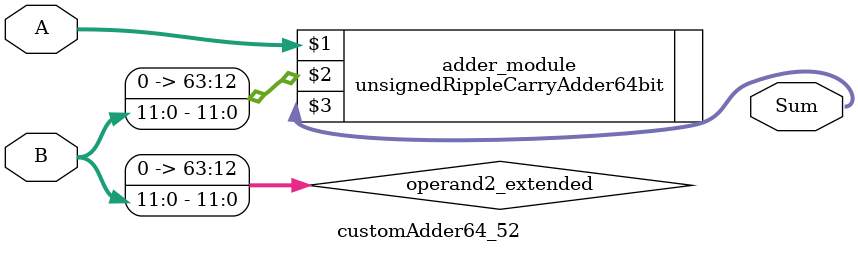
<source format=v>
module customAdder64_52(
                        input [63 : 0] A,
                        input [11 : 0] B,
                        
                        output [64 : 0] Sum
                );

        wire [63 : 0] operand2_extended;
        
        assign operand2_extended =  {52'b0, B};
        
        unsignedRippleCarryAdder64bit adder_module(
            A,
            operand2_extended,
            Sum
        );
        
        endmodule
        
</source>
